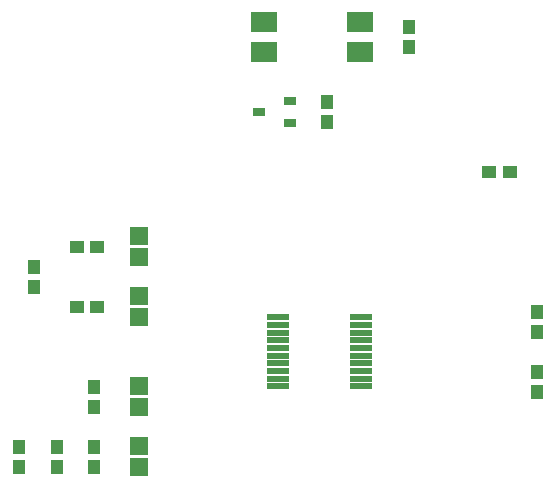
<source format=gtp>
G04*
G04 #@! TF.GenerationSoftware,Altium Limited,Altium Designer,21.4.1 (30)*
G04*
G04 Layer_Color=8421504*
%FSTAX24Y24*%
%MOIN*%
G70*
G04*
G04 #@! TF.SameCoordinates,1087EDB9-1C9E-4751-9A69-D70096B2919A*
G04*
G04*
G04 #@! TF.FilePolarity,Positive*
G04*
G01*
G75*
%ADD17R,0.0613X0.0592*%
%ADD18R,0.0866X0.0669*%
%ADD19R,0.0413X0.0453*%
%ADD20R,0.0433X0.0276*%
%ADD21R,0.0453X0.0413*%
%ADD22R,0.0421X0.0475*%
G04:AMPARAMS|DCode=23|XSize=74.8mil|YSize=18.9mil|CornerRadius=2.4mil|HoleSize=0mil|Usage=FLASHONLY|Rotation=0.000|XOffset=0mil|YOffset=0mil|HoleType=Round|Shape=RoundedRectangle|*
%AMROUNDEDRECTD23*
21,1,0.0748,0.0142,0,0,0.0*
21,1,0.0701,0.0189,0,0,0.0*
1,1,0.0047,0.0350,-0.0071*
1,1,0.0047,-0.0350,-0.0071*
1,1,0.0047,-0.0350,0.0071*
1,1,0.0047,0.0350,0.0071*
%
%ADD23ROUNDEDRECTD23*%
D17*
X034Y022355D02*
D03*
Y021645D02*
D03*
Y019645D02*
D03*
Y020355D02*
D03*
Y017355D02*
D03*
Y016645D02*
D03*
Y014645D02*
D03*
Y015355D02*
D03*
D18*
X038136Y0285D02*
D03*
Y0295D02*
D03*
X041364D02*
D03*
Y0285D02*
D03*
D19*
X043Y029335D02*
D03*
Y028665D02*
D03*
X04025Y026835D02*
D03*
Y026165D02*
D03*
X0305Y021335D02*
D03*
Y020665D02*
D03*
X03125Y015335D02*
D03*
Y014665D02*
D03*
X03Y014665D02*
D03*
Y015335D02*
D03*
X0325Y017335D02*
D03*
Y016665D02*
D03*
Y014665D02*
D03*
Y015335D02*
D03*
D20*
X037988Y0265D02*
D03*
X039012Y026874D02*
D03*
Y026126D02*
D03*
D21*
X031915Y022D02*
D03*
X032585D02*
D03*
X031915Y02D02*
D03*
X032585D02*
D03*
X046335Y0245D02*
D03*
X045665D02*
D03*
D22*
X04725Y019175D02*
D03*
Y019825D02*
D03*
Y017825D02*
D03*
Y017175D02*
D03*
D23*
X03862Y019652D02*
D03*
Y019396D02*
D03*
Y01914D02*
D03*
Y018884D02*
D03*
Y018628D02*
D03*
Y018372D02*
D03*
Y018116D02*
D03*
Y01786D02*
D03*
Y017604D02*
D03*
Y017348D02*
D03*
X04138D02*
D03*
Y017604D02*
D03*
Y01786D02*
D03*
Y018116D02*
D03*
Y018372D02*
D03*
Y018628D02*
D03*
Y018884D02*
D03*
Y01914D02*
D03*
Y019396D02*
D03*
Y019652D02*
D03*
M02*

</source>
